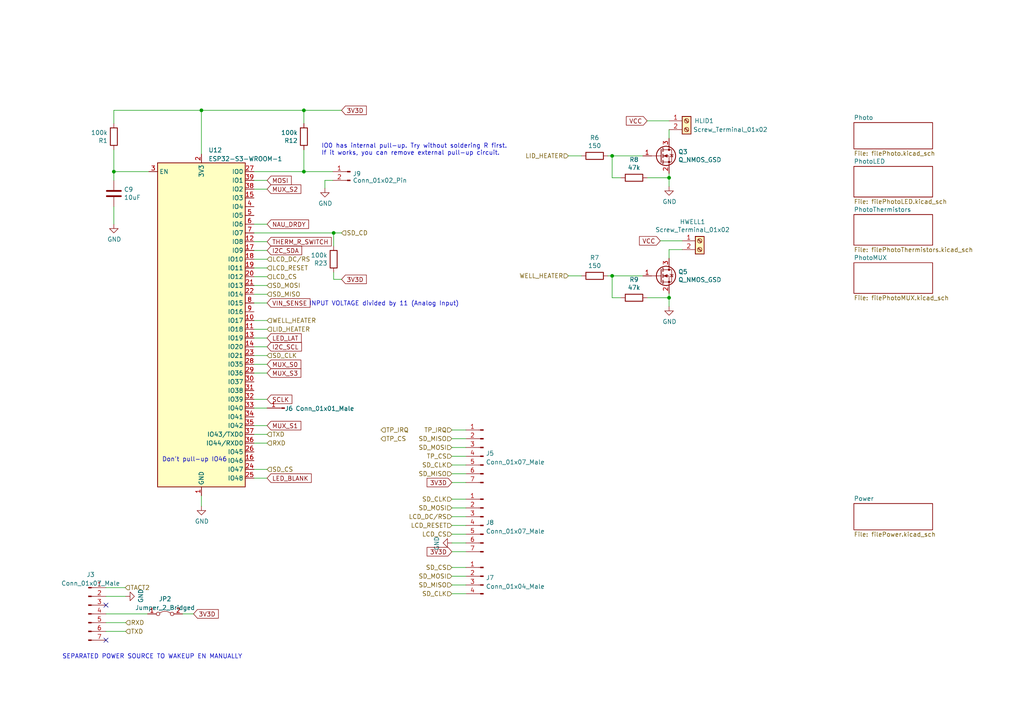
<source format=kicad_sch>
(kicad_sch (version 20230121) (generator eeschema)
  (paper "A4")
  (lib_symbols
    (symbol "Connector:Conn_01x01_Male" (pin_names (offset 1.016) hide)
      (property "Reference" "J" (at 0 2.54 0))
      (property "Value" "Conn_01x01_Male" (at 0 -2.54 0))
      (symbol "Conn_01x01_Male_1_1"
        (polyline (pts (xy 1.27 0) (xy 0.8636 0)) (stroke (width 0.1524)))
        (rectangle (start 0.8636 0.127) (end 0 -0.127) (stroke (width 0.1524)) (fill (type outline)))
        (pin passive line (at 5.08 0 180) (length 3.81) (name "Pin_1") (number "1"))
      )
    )
    (symbol "Connector:Conn_01x02_Pin" (pin_names (offset 1.016) hide)
      (property "Reference" "J" (at 0 2.54 0))
      (property "Value" "Conn_01x02_Pin" (at 0 -5.08 0))
      (symbol "Conn_01x02_Pin_1_1"
        (polyline (pts (xy 1.27 -2.54) (xy 0.8636 -2.54)) (stroke (width 0.1524)))
        (polyline (pts (xy 1.27 0) (xy 0.8636 0)) (stroke (width 0.1524)))
        (rectangle (start 0.8636 -2.413) (end 0 -2.667) (stroke (width 0.1524)) (fill (type outline)))
        (rectangle (start 0.8636 0.127) (end 0 -0.127) (stroke (width 0.1524)) (fill (type outline)))
        (pin passive line (at 5.08 0 180) (length 3.81) (name "Pin_1") (number "1"))
        (pin passive line (at 5.08 -2.54 180) (length 3.81) (name "Pin_2") (number "2"))
      )
    )
    (symbol "Connector:Conn_01x04_Male" (pin_names (offset 1.016) hide)
      (property "Reference" "J" (at 0 5.08 0))
      (property "Value" "Conn_01x04_Male" (at 0 -7.62 0))
      (symbol "Conn_01x04_Male_1_1"
        (polyline (pts (xy 1.27 -5.08) (xy 0.8636 -5.08)) (stroke (width 0.1524)))
        (polyline (pts (xy 1.27 -2.54) (xy 0.8636 -2.54)) (stroke (width 0.1524)))
        (polyline (pts (xy 1.27 0) (xy 0.8636 0)) (stroke (width 0.1524)))
        (polyline (pts (xy 1.27 2.54) (xy 0.8636 2.54)) (stroke (width 0.1524)))
        (rectangle (start 0.8636 -4.953) (end 0 -5.207) (stroke (width 0.1524)) (fill (type outline)))
        (rectangle (start 0.8636 -2.413) (end 0 -2.667) (stroke (width 0.1524)) (fill (type outline)))
        (rectangle (start 0.8636 0.127) (end 0 -0.127) (stroke (width 0.1524)) (fill (type outline)))
        (rectangle (start 0.8636 2.667) (end 0 2.413) (stroke (width 0.1524)) (fill (type outline)))
        (pin passive line (at 5.08 2.54 180) (length 3.81) (name "Pin_1") (number "1"))
        (pin passive line (at 5.08 0 180) (length 3.81) (name "Pin_2") (number "2"))
        (pin passive line (at 5.08 -2.54 180) (length 3.81) (name "Pin_3") (number "3"))
        (pin passive line (at 5.08 -5.08 180) (length 3.81) (name "Pin_4") (number "4"))
      )
    )
    (symbol "Connector:Conn_01x07_Male" (pin_names (offset 1.016) hide)
      (property "Reference" "J" (at 0 10.16 0))
      (property "Value" "Conn_01x07_Male" (at 0 -10.16 0))
      (symbol "Conn_01x07_Male_1_1"
        (polyline (pts (xy 1.27 -7.62) (xy 0.8636 -7.62)) (stroke (width 0.1524)))
        (polyline (pts (xy 1.27 -5.08) (xy 0.8636 -5.08)) (stroke (width 0.1524)))
        (polyline (pts (xy 1.27 -2.54) (xy 0.8636 -2.54)) (stroke (width 0.1524)))
        (polyline (pts (xy 1.27 0) (xy 0.8636 0)) (stroke (width 0.1524)))
        (polyline (pts (xy 1.27 2.54) (xy 0.8636 2.54)) (stroke (width 0.1524)))
        (polyline (pts (xy 1.27 5.08) (xy 0.8636 5.08)) (stroke (width 0.1524)))
        (polyline (pts (xy 1.27 7.62) (xy 0.8636 7.62)) (stroke (width 0.1524)))
        (rectangle (start 0.8636 -7.493) (end 0 -7.747) (stroke (width 0.1524)) (fill (type outline)))
        (rectangle (start 0.8636 -4.953) (end 0 -5.207) (stroke (width 0.1524)) (fill (type outline)))
        (rectangle (start 0.8636 -2.413) (end 0 -2.667) (stroke (width 0.1524)) (fill (type outline)))
        (rectangle (start 0.8636 0.127) (end 0 -0.127) (stroke (width 0.1524)) (fill (type outline)))
        (rectangle (start 0.8636 2.667) (end 0 2.413) (stroke (width 0.1524)) (fill (type outline)))
        (rectangle (start 0.8636 5.207) (end 0 4.953) (stroke (width 0.1524)) (fill (type outline)))
        (rectangle (start 0.8636 7.747) (end 0 7.493) (stroke (width 0.1524)) (fill (type outline)))
        (pin passive line (at 5.08 7.62 180) (length 3.81) (name "Pin_1") (number "1"))
        (pin passive line (at 5.08 5.08 180) (length 3.81) (name "Pin_2") (number "2"))
        (pin passive line (at 5.08 2.54 180) (length 3.81) (name "Pin_3") (number "3"))
        (pin passive line (at 5.08 0 180) (length 3.81) (name "Pin_4") (number "4"))
        (pin passive line (at 5.08 -2.54 180) (length 3.81) (name "Pin_5") (number "5"))
        (pin passive line (at 5.08 -5.08 180) (length 3.81) (name "Pin_6") (number "6"))
        (pin passive line (at 5.08 -7.62 180) (length 3.81) (name "Pin_7") (number "7"))
      )
    )
    (symbol "Connector:Screw_Terminal_01x02" (pin_names (offset 1.016) hide)
      (property "Reference" "J" (at 0 2.54 0))
      (property "Value" "Screw_Terminal_01x02" (at 0 -5.08 0))
      (symbol "Screw_Terminal_01x02_1_1"
        (rectangle (start -1.27 1.27) (end 1.27 -3.81) (stroke (width 0.254)) (fill (type background)))
        (circle (center 0 -2.54) (radius 0.635) (stroke (width 0.1524)))
        (polyline (pts (xy -0.5334 -2.2098) (xy 0.3302 -3.048)) (stroke (width 0.1524)))
        (polyline (pts (xy -0.5334 0.3302) (xy 0.3302 -0.508)) (stroke (width 0.1524)))
        (polyline (pts (xy -0.3556 -2.032) (xy 0.508 -2.8702)) (stroke (width 0.1524)))
        (polyline (pts (xy -0.3556 0.508) (xy 0.508 -0.3302)) (stroke (width 0.1524)))
        (circle (center 0 0) (radius 0.635) (stroke (width 0.1524)))
        (pin passive line (at -5.08 0 0) (length 3.81) (name "Pin_1") (number "1"))
        (pin passive line (at -5.08 -2.54 0) (length 3.81) (name "Pin_2") (number "2"))
      )
    )
    (symbol "Device:C" (pin_numbers hide) (pin_names (offset 0.254))
      (property "Reference" "C" (at 0.635 2.54 0))
      (property "Value" "C" (at 0.635 -2.54 0))
      (symbol "C_0_1"
        (polyline (pts (xy -2.032 -0.762) (xy 2.032 -0.762)) (stroke (width 0.508)))
        (polyline (pts (xy -2.032 0.762) (xy 2.032 0.762)) (stroke (width 0.508)))
      )
      (symbol "C_1_1"
        (pin passive line (at 0 3.81 270) (length 2.794) (name "~") (number "1"))
        (pin passive line (at 0 -3.81 90) (length 2.794) (name "~") (number "2"))
      )
    )
    (symbol "Device:Q_NMOS_GSD" (pin_names (offset 0) hide)
      (property "Reference" "Q" (at 5.08 1.27 0))
      (property "Value" "Q_NMOS_GSD" (at 5.08 -1.27 0))
      (symbol "Q_NMOS_GSD_0_1"
        (polyline (pts (xy 0.254 0) (xy -2.54 0)))
        (polyline (pts (xy 0.254 1.905) (xy 0.254 -1.905)) (stroke (width 0.254)))
        (polyline (pts (xy 0.762 -1.27) (xy 0.762 -2.286)) (stroke (width 0.254)))
        (polyline (pts (xy 0.762 0.508) (xy 0.762 -0.508)) (stroke (width 0.254)))
        (polyline (pts (xy 0.762 2.286) (xy 0.762 1.27)) (stroke (width 0.254)))
        (polyline (pts (xy 2.54 2.54) (xy 2.54 1.778)))
        (polyline (pts (xy 2.54 -2.54) (xy 2.54 0) (xy 0.762 0)))
        (polyline (pts (xy 0.762 -1.778) (xy 3.302 -1.778) (xy 3.302 1.778) (xy 0.762 1.778)))
        (polyline (pts (xy 1.016 0) (xy 2.032 0.381) (xy 2.032 -0.381) (xy 1.016 0)) (fill (type outline)))
        (polyline (pts (xy 2.794 0.508) (xy 2.921 0.381) (xy 3.683 0.381) (xy 3.81 0.254)))
        (polyline (pts (xy 3.302 0.381) (xy 2.921 -0.254) (xy 3.683 -0.254) (xy 3.302 0.381)))
        (circle (center 1.651 0) (radius 2.794) (stroke (width 0.254)))
        (circle (center 2.54 -1.778) (radius 0.254) (fill (type outline)))
        (circle (center 2.54 1.778) (radius 0.254) (fill (type outline)))
      )
      (symbol "Q_NMOS_GSD_1_1"
        (pin input line (at -5.08 0 0) (length 2.54) (name "G") (number "1"))
        (pin passive line (at 2.54 -5.08 90) (length 2.54) (name "S") (number "2"))
        (pin passive line (at 2.54 5.08 270) (length 2.54) (name "D") (number "3"))
      )
    )
    (symbol "Device:R" (pin_numbers hide) (pin_names (offset 0))
      (property "Reference" "R" (at 2.032 0 90))
      (property "Value" "R" (at 0 0 90))
      (symbol "R_0_1"
        (rectangle (start -1.016 -2.54) (end 1.016 2.54) (stroke (width 0.254)))
      )
      (symbol "R_1_1"
        (pin passive line (at 0 3.81 270) (length 1.27) (name "~") (number "1"))
        (pin passive line (at 0 -3.81 90) (length 1.27) (name "~") (number "2"))
      )
    )
    (symbol "Jumper:Jumper_2_Bridged" (pin_names (offset 0) hide)
      (property "Reference" "JP" (at 0 1.905 0))
      (property "Value" "Jumper_2_Bridged" (at 0 -2.54 0))
      (symbol "Jumper_2_Bridged_0_0"
        (circle (center -2.032 0) (radius 0.508))
        (circle (center 2.032 0) (radius 0.508))
      )
      (symbol "Jumper_2_Bridged_0_1"
        (arc (start 1.524 0.254) (mid 0 0.762) (end -1.524 0.254))
      )
      (symbol "Jumper_2_Bridged_1_1"
        (pin passive line (at -5.08 0 0) (length 2.54) (name "A") (number "1"))
        (pin passive line (at 5.08 0 180) (length 2.54) (name "B") (number "2"))
      )
    )
    (symbol "Ninja-qPCR:ESP32-­S3-­WROOM­-1"
      (property "Reference" "U" (at -12.7 34.29 0))
      (property "Value" "ESP32-­S3-­WROOM­-1" (at 1.27 34.29 0))
      (symbol "ESP32-­S3-­WROOM­-1_0_1"
        (rectangle (start -12.7 33.02) (end 12.7 -60.96) (stroke (width 0.254)) (fill (type background)))
      )
      (symbol "ESP32-­S3-­WROOM­-1_1_1"
        (pin power_in line (at 0 -63.5 90) (length 2.54) (name "GND") (number "1"))
        (pin bidirectional line (at 15.24 -12.7 180) (length 2.54) (name "IO17") (number "10"))
        (pin bidirectional line (at 15.24 -15.24 180) (length 2.54) (name "IO18") (number "11"))
        (pin bidirectional line (at 15.24 10.16 180) (length 2.54) (name "IO8") (number "12"))
        (pin bidirectional line (at 15.24 -17.78 180) (length 2.54) (name "IO19") (number "13"))
        (pin bidirectional line (at 15.24 -20.32 180) (length 2.54) (name "IO20") (number "14"))
        (pin bidirectional line (at 15.24 22.86 180) (length 2.54) (name "IO3") (number "15"))
        (pin bidirectional line (at 15.24 -53.34 180) (length 2.54) (name "IO46") (number "16"))
        (pin bidirectional line (at 15.24 7.62 180) (length 2.54) (name "IO9") (number "17"))
        (pin bidirectional line (at 15.24 5.08 180) (length 2.54) (name "IO10") (number "18"))
        (pin bidirectional line (at 15.24 2.54 180) (length 2.54) (name "IO11") (number "19"))
        (pin power_in line (at 0 35.56 270) (length 2.54) (name "3V3") (number "2"))
        (pin bidirectional line (at 15.24 0 180) (length 2.54) (name "IO12") (number "20"))
        (pin bidirectional line (at 15.24 -2.54 180) (length 2.54) (name "IO13") (number "21"))
        (pin bidirectional line (at 15.24 -5.08 180) (length 2.54) (name "IO14") (number "22"))
        (pin bidirectional line (at 15.24 -22.86 180) (length 2.54) (name "IO21") (number "23"))
        (pin bidirectional line (at 15.24 -55.88 180) (length 2.54) (name "IO47") (number "24"))
        (pin bidirectional line (at 15.24 -58.42 180) (length 2.54) (name "IO48") (number "25"))
        (pin bidirectional line (at 15.24 -50.8 180) (length 2.54) (name "IO45") (number "26"))
        (pin bidirectional line (at 15.24 30.48 180) (length 2.54) (name "IO0") (number "27"))
        (pin bidirectional line (at 15.24 -25.4 180) (length 2.54) (name "IO35") (number "28"))
        (pin bidirectional line (at 15.24 -27.94 180) (length 2.54) (name "IO36") (number "29"))
        (pin input line (at -15.24 30.48 0) (length 2.54) (name "EN") (number "3"))
        (pin bidirectional line (at 15.24 -30.48 180) (length 2.54) (name "IO37") (number "30"))
        (pin bidirectional line (at 15.24 -33.02 180) (length 2.54) (name "IO38") (number "31"))
        (pin bidirectional line (at 15.24 -35.56 180) (length 2.54) (name "IO39") (number "32"))
        (pin bidirectional line (at 15.24 -38.1 180) (length 2.54) (name "IO40") (number "33"))
        (pin bidirectional line (at 15.24 -40.64 180) (length 2.54) (name "IO41") (number "34"))
        (pin bidirectional line (at 15.24 -43.18 180) (length 2.54) (name "IO42") (number "35"))
        (pin bidirectional line (at 15.24 -48.26 180) (length 2.54) (name "IO44/RXD0") (number "36"))
        (pin bidirectional line (at 15.24 -45.72 180) (length 2.54) (name "IO43/TXD0") (number "37"))
        (pin bidirectional line (at 15.24 25.4 180) (length 2.54) (name "IO2") (number "38"))
        (pin bidirectional line (at 15.24 27.94 180) (length 2.54) (name "IO1") (number "39"))
        (pin input line (at 15.24 20.32 180) (length 2.54) (name "IO4") (number "4"))
        (pin passive line (at 0 -63.5 90) (length 2.54) hide (name "GND") (number "40"))
        (pin passive line (at 0 -63.5 90) (length 2.54) hide (name "GND") (number "41"))
        (pin input line (at 15.24 17.78 180) (length 2.54) (name "IO5") (number "5"))
        (pin input line (at 15.24 15.24 180) (length 2.54) (name "IO6") (number "6"))
        (pin input line (at 15.24 12.7 180) (length 2.54) (name "IO7") (number "7"))
        (pin bidirectional line (at 15.24 -7.62 180) (length 2.54) (name "IO15") (number "8"))
        (pin bidirectional line (at 15.24 -10.16 180) (length 2.54) (name "IO16") (number "9"))
      )
    )
    (symbol "power:GND" (power) (pin_names (offset 0))
      (property "Value" "GND" (at 0 -3.81 0))
      (symbol "GND_0_1"
        (polyline (pts (xy 0 0) (xy 0 -1.27) (xy 1.27 -1.27) (xy 0 -2.54) (xy -1.27 -1.27) (xy 0 -1.27)))
      )
      (symbol "GND_1_1"
        (pin power_in line (at 0 0 270) (length 0) hide (name "GND") (number "1"))
      )
    )
  )
  (junction (at 177.546 45.212))
  (junction (at 33.02 49.784))
  (junction (at 194.056 86.36))
  (junction (at 58.42 32.004))
  (junction (at 194.056 51.562))
  (junction (at 88.138 49.784))
  (junction (at 88.138 32.004))
  (junction (at 96.774 67.564))
  (junction (at 177.546 80.01))
  (no_connect (at 30.734 185.674))
  (no_connect (at 30.734 175.514))
  (wire (pts (xy 94.234 52.324) (xy 94.234 54.61)))
  (wire (pts (xy 187.706 51.562) (xy 194.056 51.562)))
  (wire (pts (xy 73.66 70.104) (xy 77.47 70.104)))
  (wire (pts (xy 177.546 80.01) (xy 176.276 80.01)))
  (wire (pts (xy 73.66 115.824) (xy 77.47 115.824)))
  (wire (pts (xy 177.546 51.562) (xy 177.546 45.212)))
  (wire (pts (xy 88.138 49.784) (xy 96.52 49.784)))
  (wire (pts (xy 131.064 129.794) (xy 135.128 129.794)))
  (wire (pts (xy 197.866 72.39) (xy 194.056 72.39)))
  (wire (pts (xy 191.516 69.85) (xy 197.866 69.85)))
  (wire (pts (xy 73.66 75.184) (xy 77.47 75.184)))
  (wire (pts (xy 73.66 65.024) (xy 77.47 65.024)))
  (wire (pts (xy 73.66 82.804) (xy 77.47 82.804)))
  (wire (pts (xy 177.546 86.36) (xy 177.546 80.01)))
  (wire (pts (xy 186.436 45.212) (xy 177.546 45.212)))
  (wire (pts (xy 58.42 32.004) (xy 33.02 32.004)))
  (wire (pts (xy 58.42 32.004) (xy 88.138 32.004)))
  (wire (pts (xy 73.66 128.524) (xy 77.47 128.524)))
  (wire (pts (xy 33.02 43.434) (xy 33.02 49.784)))
  (wire (pts (xy 88.138 32.004) (xy 99.06 32.004)))
  (wire (pts (xy 33.02 32.004) (xy 33.02 35.814)))
  (wire (pts (xy 131.064 144.78) (xy 135.128 144.78)))
  (wire (pts (xy 73.66 80.264) (xy 77.47 80.264)))
  (wire (pts (xy 96.774 67.564) (xy 96.774 71.374)))
  (wire (pts (xy 73.66 92.964) (xy 77.47 92.964)))
  (wire (pts (xy 131.064 167.132) (xy 135.128 167.132)))
  (wire (pts (xy 30.734 172.974) (xy 36.449 172.974)))
  (wire (pts (xy 187.706 86.36) (xy 194.056 86.36)))
  (wire (pts (xy 131.064 149.86) (xy 135.128 149.86)))
  (wire (pts (xy 180.086 86.36) (xy 177.546 86.36)))
  (wire (pts (xy 73.66 138.684) (xy 77.47 138.684)))
  (wire (pts (xy 73.66 100.584) (xy 77.47 100.584)))
  (wire (pts (xy 96.774 81.026) (xy 96.774 78.994)))
  (wire (pts (xy 194.056 88.9) (xy 194.056 86.36)))
  (wire (pts (xy 88.138 43.434) (xy 88.138 49.784)))
  (wire (pts (xy 73.66 54.864) (xy 77.47 54.864)))
  (wire (pts (xy 73.66 52.324) (xy 77.47 52.324)))
  (wire (pts (xy 164.846 80.01) (xy 168.656 80.01)))
  (wire (pts (xy 73.66 85.344) (xy 77.47 85.344)))
  (wire (pts (xy 33.02 49.784) (xy 43.18 49.784)))
  (wire (pts (xy 96.774 67.564) (xy 99.06 67.564)))
  (wire (pts (xy 33.02 59.944) (xy 33.02 65.024)))
  (wire (pts (xy 131.064 152.4) (xy 135.128 152.4)))
  (wire (pts (xy 73.66 67.564) (xy 96.774 67.564)))
  (wire (pts (xy 131.064 139.954) (xy 135.128 139.954)))
  (wire (pts (xy 58.42 143.764) (xy 58.42 146.812)))
  (wire (pts (xy 131.064 132.334) (xy 135.128 132.334)))
  (wire (pts (xy 73.66 105.664) (xy 77.47 105.664)))
  (wire (pts (xy 131.064 154.94) (xy 135.128 154.94)))
  (wire (pts (xy 58.42 32.004) (xy 58.42 44.704)))
  (wire (pts (xy 131.064 172.212) (xy 135.128 172.212)))
  (wire (pts (xy 73.66 118.364) (xy 77.47 118.364)))
  (wire (pts (xy 30.734 178.054) (xy 42.799 178.054)))
  (wire (pts (xy 73.66 136.144) (xy 77.47 136.144)))
  (wire (pts (xy 186.436 80.01) (xy 177.546 80.01)))
  (wire (pts (xy 194.056 86.36) (xy 194.056 85.09)))
  (wire (pts (xy 96.52 52.324) (xy 94.234 52.324)))
  (wire (pts (xy 194.056 72.39) (xy 194.056 74.93)))
  (wire (pts (xy 73.66 98.044) (xy 77.47 98.044)))
  (wire (pts (xy 131.064 169.672) (xy 135.128 169.672)))
  (wire (pts (xy 131.064 137.414) (xy 135.128 137.414)))
  (wire (pts (xy 73.66 125.984) (xy 77.47 125.984)))
  (wire (pts (xy 73.66 49.784) (xy 88.138 49.784)))
  (wire (pts (xy 73.66 108.204) (xy 77.47 108.204)))
  (wire (pts (xy 131.064 127.254) (xy 135.128 127.254)))
  (wire (pts (xy 131.064 124.714) (xy 135.128 124.714)))
  (wire (pts (xy 30.734 170.434) (xy 36.322 170.434)))
  (wire (pts (xy 30.734 183.134) (xy 36.449 183.134)))
  (wire (pts (xy 131.064 147.32) (xy 135.128 147.32)))
  (wire (pts (xy 131.064 157.48) (xy 135.128 157.48)))
  (wire (pts (xy 73.66 123.444) (xy 77.47 123.444)))
  (wire (pts (xy 73.66 103.124) (xy 77.47 103.124)))
  (wire (pts (xy 96.774 81.026) (xy 99.06 81.026)))
  (wire (pts (xy 33.02 49.784) (xy 33.02 52.324)))
  (wire (pts (xy 131.064 164.592) (xy 135.128 164.592)))
  (wire (pts (xy 30.734 180.594) (xy 36.449 180.594)))
  (wire (pts (xy 73.66 77.724) (xy 77.47 77.724)))
  (wire (pts (xy 131.064 134.874) (xy 135.128 134.874)))
  (wire (pts (xy 164.846 45.212) (xy 168.656 45.212)))
  (wire (pts (xy 73.66 87.884) (xy 77.47 87.884)))
  (wire (pts (xy 73.66 72.644) (xy 77.47 72.644)))
  (wire (pts (xy 73.66 95.504) (xy 77.47 95.504)))
  (wire (pts (xy 194.056 51.562) (xy 194.056 50.292)))
  (wire (pts (xy 52.959 178.054) (xy 56.134 178.054)))
  (wire (pts (xy 131.064 160.02) (xy 135.128 160.02)))
  (wire (pts (xy 177.546 45.212) (xy 176.276 45.212)))
  (wire (pts (xy 88.138 32.004) (xy 88.138 35.814)))
  (wire (pts (xy 194.056 37.592) (xy 194.056 40.132)))
  (wire (pts (xy 194.056 54.102) (xy 194.056 51.562)))
  (wire (pts (xy 180.086 51.562) (xy 177.546 51.562)))
  (wire (pts (xy 187.706 35.052) (xy 194.056 35.052)))
  (text "SEPARATED POWER SOURCE TO WAKEUP EN MANUALLY" (at 18.034 191.262 0) (effects (font (size 1.27 1.27)) (justify left bottom)))
  (text "IO0 has internal pull-up. Try without soldering R first.\nIf it works, you can remove external pull-up circuit." (at 93.218 45.212 0) (effects (font (size 1.27 1.27)) (justify left bottom)))
  (text "Don't pull-up IO46" (at 46.99 134.112 0) (effects (font (size 1.27 1.27)) (justify left bottom)))
  (text "INPUT VOLTAGE divided by 11 (Analog Input)" (at 89.662 88.9 0) (effects (font (size 1.27 1.27)) (justify left bottom)))
  (global_label "SCLK" (shape input) (at 77.47 115.824 0) (property "Intersheetrefs" "${INTERSHEET_REFS}" (effects hide)))
  (global_label "LED_LAT" (shape input) (at 77.47 98.044 0) (property "Intersheetrefs" "${INTERSHEET_REFS}" (effects hide)))
  (global_label "3V3D" (shape input) (at 131.064 160.02 180) (property "Intersheetrefs" "${INTERSHEET_REFS}" (effects hide)))
  (global_label "MUX_S3" (shape input) (at 77.47 108.204 0) (property "Intersheetrefs" "${INTERSHEET_REFS}" (effects hide)))
  (global_label "I2C_SDA" (shape input) (at 77.47 72.644 0) (property "Intersheetrefs" "${INTERSHEET_REFS}" (effects hide)))
  (global_label "THERM_R_SWITCH" (shape input) (at 77.47 70.104 0) (property "Intersheetrefs" "${INTERSHEET_REFS}" (effects hide)))
  (global_label "NAU_DRDY" (shape input) (at 77.47 65.024 0) (property "Intersheetrefs" "${INTERSHEET_REFS}" (effects hide)))
  (global_label "MUX_S1" (shape input) (at 77.47 123.444 0) (property "Intersheetrefs" "${INTERSHEET_REFS}" (effects hide)))
  (global_label "MOSI" (shape input) (at 77.47 52.324 0) (property "Intersheetrefs" "${INTERSHEET_REFS}" (effects hide)))
  (global_label "VCC" (shape input) (at 191.516 69.85 180) (property "Intersheetrefs" "${INTERSHEET_REFS}" (effects hide)))
  (global_label "I2C_SCL" (shape input) (at 77.47 100.584 0) (property "Intersheetrefs" "${INTERSHEET_REFS}" (effects hide)))
  (global_label "3V3D" (shape input) (at 99.06 81.026 0) (property "Intersheetrefs" "${INTERSHEET_REFS}" (effects hide)))
  (global_label "3V3D" (shape input) (at 99.06 32.004 0) (property "Intersheetrefs" "${INTERSHEET_REFS}" (effects hide)))
  (global_label "VCC" (shape input) (at 187.706 35.052 180) (property "Intersheetrefs" "${INTERSHEET_REFS}" (effects hide)))
  (global_label "MUX_S0" (shape input) (at 77.47 105.664 0) (property "Intersheetrefs" "${INTERSHEET_REFS}" (effects hide)))
  (global_label "LED_BLANK" (shape input) (at 77.47 138.684 0) (property "Intersheetrefs" "${INTERSHEET_REFS}" (effects hide)))
  (global_label "VIN_SENSE" (shape input) (at 77.47 87.884 0) (property "Intersheetrefs" "${INTERSHEET_REFS}" (effects hide)))
  (global_label "MUX_S2" (shape input) (at 77.47 54.864 0) (property "Intersheetrefs" "${INTERSHEET_REFS}" (effects hide)))
  (global_label "3V3D" (shape input) (at 131.064 139.954 180) (property "Intersheetrefs" "${INTERSHEET_REFS}" (effects hide)))
  (global_label "3V3D" (shape input) (at 56.134 178.054 0) (property "Intersheetrefs" "${INTERSHEET_REFS}" (effects hide)))
  (hierarchical_label "WELL_HEATER" (shape input) (at 77.47 92.964 0))
  (hierarchical_label "LCD_RESET" (shape input) (at 77.47 77.724 0))
  (hierarchical_label "LCD_DC{slash}RS" (shape input) (at 77.47 75.184 0))
  (hierarchical_label "TP_CS" (shape input) (at 131.064 132.334 180))
  (hierarchical_label "TP_IRQ" (shape input) (at 110.49 124.714 0))
  (hierarchical_label "SD_CLK" (shape input) (at 131.064 172.212 180))
  (hierarchical_label "RXD" (shape input) (at 36.449 180.594 0))
  (hierarchical_label "SD_MOSI" (shape input) (at 131.064 167.132 180))
  (hierarchical_label "LCD_CS" (shape input) (at 131.064 154.94 180))
  (hierarchical_label "SD_MOSI" (shape input) (at 77.47 82.804 0))
  (hierarchical_label "TP_CS" (shape input) (at 110.49 127.254 0))
  (hierarchical_label "SD_CLK" (shape input) (at 77.47 103.124 0))
  (hierarchical_label "SD_MISO" (shape input) (at 131.064 169.672 180))
  (hierarchical_label "LCD_RESET" (shape input) (at 131.064 152.4 180))
  (hierarchical_label "LID_HEATER" (shape input) (at 164.846 45.212 180))
  (hierarchical_label "SD_CD" (shape input) (at 99.06 67.564 0))
  (hierarchical_label "RXD" (shape input) (at 77.47 128.524 0))
  (hierarchical_label "SD_CS" (shape input) (at 77.47 136.144 0))
  (hierarchical_label "LCD_DC{slash}RS" (shape input) (at 131.064 149.86 180))
  (hierarchical_label "SD_MISO" (shape input) (at 131.064 127.254 180))
  (hierarchical_label "TP_IRQ" (shape input) (at 131.064 124.714 180))
  (hierarchical_label "SD_MOSI" (shape input) (at 131.064 129.794 180))
  (hierarchical_label "SD_CS" (shape input) (at 131.064 164.592 180))
  (hierarchical_label "TXD" (shape input) (at 77.47 125.984 0))
  (hierarchical_label "SD_CLK" (shape input) (at 131.064 144.78 180))
  (hierarchical_label "SD_MISO" (shape input) (at 131.064 137.414 180))
  (hierarchical_label "LID_HEATER" (shape input) (at 77.47 95.504 0))
  (hierarchical_label "LCD_CS" (shape input) (at 77.47 80.264 0))
  (hierarchical_label "SD_MOSI" (shape input) (at 131.064 147.32 180))
  (hierarchical_label "TACT2" (shape input) (at 36.322 170.434 0))
  (hierarchical_label "SD_CLK" (shape input) (at 131.064 134.874 180))
  (hierarchical_label "WELL_HEATER" (shape input) (at 164.846 80.01 180))
  (hierarchical_label "TXD" (shape input) (at 36.449 183.134 0))
  (hierarchical_label "SD_MISO" (shape input) (at 77.47 85.344 0))
  (symbol (lib_id "Device:R") (at 183.896 51.562 270) (unit 1)
    (property "Reference" "R8" (at 183.896 46.3042 90))
    (property "Value" "47k" (at 183.896 48.6156 90))
    (property "Footprint" "Resistor_SMD:R_0603_1608Metric" (effects hide))
  )
  (symbol (lib_id "Device:R") (at 172.466 45.212 270) (unit 1)
    (property "Reference" "R6" (at 172.466 39.9542 90))
    (property "Value" "150" (at 172.466 42.2656 90))
    (property "Footprint" "Resistor_SMD:R_0603_1608Metric" (effects hide))
  )
  (symbol (lib_id "power:GND") (at 194.056 54.102 0) (unit 1)
    (property "Reference" "#PWR05" (effects hide))
    (property "Value" "GND" (at 194.183 58.4962 0))
  )
  (symbol (lib_id "Device:Q_NMOS_GSD") (at 191.516 45.212 0) (unit 1)
    (property "Reference" "Q3" (at 196.6976 44.0436 0) (effects (justify left)))
    (property "Value" "Q_NMOS_GSD" (at 196.6976 46.355 0) (effects (justify left)))
    (property "Footprint" "Ninja-qPCR:SOT95P240X112-3N" (effects hide))
  )
  (symbol (lib_id "Device:R") (at 183.896 86.36 270) (unit 1)
    (property "Reference" "R9" (at 183.896 81.1022 90))
    (property "Value" "47k" (at 183.896 83.4136 90))
    (property "Footprint" "Resistor_SMD:R_0603_1608Metric" (effects hide))
  )
  (symbol (lib_id "Device:R") (at 172.466 80.01 270) (unit 1)
    (property "Reference" "R7" (at 172.466 74.7522 90))
    (property "Value" "150" (at 172.466 77.0636 90))
    (property "Footprint" "Resistor_SMD:R_0603_1608Metric" (effects hide))
  )
  (symbol (lib_id "power:GND") (at 194.056 88.9 0) (unit 1)
    (property "Reference" "#PWR07" (effects hide))
    (property "Value" "GND" (at 194.183 93.2942 0))
  )
  (symbol (lib_id "Device:Q_NMOS_GSD") (at 191.516 80.01 0) (unit 1)
    (property "Reference" "Q5" (at 196.6976 78.8416 0) (effects (justify left)))
    (property "Value" "Q_NMOS_GSD" (at 196.6976 81.153 0) (effects (justify left)))
    (property "Footprint" "Ninja-qPCR:SOT95P240X112-3N" (effects hide))
  )
  (symbol (lib_id "Connector:Screw_Terminal_01x02") (at 202.946 69.85 0) (unit 1)
    (property "Reference" "HWELL1" (at 200.8632 64.3382 0))
    (property "Value" "Screw_Terminal_01x02" (at 200.8632 66.6496 0))
    (property "Footprint" "Ninja-qPCR:TB_SeeedOPL_320110028" (effects hide))
  )
  (symbol (lib_id "Connector:Screw_Terminal_01x02") (at 199.136 35.052 0) (unit 1)
    (property "Reference" "HLID1" (at 204.216 35.052 0))
    (property "Value" "Screw_Terminal_01x02" (at 211.836 37.592 0))
    (property "Footprint" "Ninja-qPCR:TB_SeeedOPL_320110028" (effects hide))
  )
  (symbol (lib_id "power:GND") (at 36.449 172.974 90) (unit 1)
    (property "Reference" "#PWR0101" (effects hide))
    (property "Value" "GND" (at 40.8432 172.847 0))
  )
  (symbol (lib_id "Device:R") (at 88.138 39.624 180) (unit 1)
    (property "Reference" "R12" (at 86.36 40.7924 0) (effects (justify left)))
    (property "Value" "100k" (at 86.36 38.481 0) (effects (justify left)))
    (property "Footprint" "Resistor_SMD:R_0603_1608Metric" (effects hide))
  )
  (symbol (lib_id "power:GND") (at 58.42 146.812 0) (unit 1)
    (property "Reference" "#PWR0104" (effects hide))
    (property "Value" "GND" (at 58.547 151.2062 0))
  )
  (symbol (lib_id "Connector:Conn_01x07_Male") (at 25.654 178.054 0) (unit 1)
    (property "Reference" "J3" (at 26.289 166.658 0))
    (property "Value" "Conn_01x07_Male" (at 26.289 169.1949 0))
    (property "Footprint" "Connector_PinSocket_2.54mm:PinSocket_1x07_P2.54mm_Horizontal" (effects hide))
  )
  (symbol (lib_id "Jumper:Jumper_2_Bridged") (at 47.879 178.054 0) (unit 1)
    (property "Reference" "JP2" (at 47.879 173.7192 0))
    (property "Value" "Jumper_2_Bridged" (at 47.879 176.2561 0))
    (property "Footprint" "Jumper:SolderJumper-2_P1.3mm_Open_TrianglePad1.0x1.5mm" (effects hide))
  )
  (symbol (lib_id "Connector:Conn_01x04_Male") (at 140.208 167.132 0) (mirror y) (unit 1)
    (property "Reference" "J7" (at 140.9192 167.5673 0) (effects (justify right)))
    (property "Value" "Conn_01x04_Male" (at 140.9192 170.1042 0) (effects (justify right)))
    (property "Footprint" "Pin_Headers:Pin_Header_Straight_1x04_Pitch2.54mm" (effects hide))
  )
  (symbol (lib_id "Connector:Conn_01x01_Male") (at 82.55 118.364 0) (mirror y) (unit 1)
    (property "Reference" "J6" (at 83.82 118.491 0))
    (property "Value" "Conn_01x01_Male" (at 94.234 118.491 0))
    (property "Footprint" "Pin_Headers:Pin_Header_Straight_1x01_Pitch1.27mm" (effects hide))
  )
  (symbol (lib_id "Connector:Conn_01x07_Male") (at 140.208 152.4 0) (mirror y) (unit 1)
    (property "Reference" "J8" (at 140.9192 151.5653 0) (effects (justify right)))
    (property "Value" "Conn_01x07_Male" (at 140.9192 154.1022 0) (effects (justify right)))
    (property "Footprint" "Pin_Headers:Pin_Header_Straight_1x07_Pitch2.54mm" (effects hide))
  )
  (symbol (lib_id "Connector:Conn_01x07_Male") (at 140.208 132.334 0) (mirror y) (unit 1)
    (property "Reference" "J5" (at 140.9192 131.4993 0) (effects (justify right)))
    (property "Value" "Conn_01x07_Male" (at 140.9192 134.0362 0) (effects (justify right)))
    (property "Footprint" "Pin_Headers:Pin_Header_Straight_1x07_Pitch2.54mm" (effects hide))
  )
  (symbol (lib_id "power:GND") (at 131.064 157.48 270) (unit 1)
    (property "Reference" "#PWR0106" (effects hide))
    (property "Value" "GND" (at 126.6698 157.607 0))
  )
  (symbol (lib_id "Device:R") (at 33.02 39.624 180) (unit 1)
    (property "Reference" "R1" (at 31.242 40.7924 0) (effects (justify left)))
    (property "Value" "100k" (at 31.242 38.481 0) (effects (justify left)))
    (property "Footprint" "Resistor_SMD:R_0603_1608Metric" (effects hide))
  )
  (symbol (lib_id "Device:C") (at 33.02 56.134 0) (unit 1)
    (property "Reference" "C9" (at 35.941 54.9656 0) (effects (justify left)))
    (property "Value" "10uF" (at 35.941 57.277 0) (effects (justify left)))
    (property "Footprint" "Capacitor_SMD:C_0805_2012Metric" (effects hide))
  )
  (symbol (lib_id "power:GND") (at 94.234 54.61 0) (unit 1)
    (property "Reference" "#PWR01" (effects hide))
    (property "Value" "GND" (at 94.361 59.0042 0))
  )
  (symbol (lib_id "Connector:Conn_01x02_Pin") (at 101.6 49.784 0) (mirror y) (unit 1)
    (property "Reference" "J9" (at 102.3112 50.4103 0) (effects (justify right)))
    (property "Value" "Conn_01x02_Pin" (at 102.3112 52.3313 0) (effects (justify right)))
  )
  (symbol (lib_id "Device:R") (at 96.774 75.184 180) (unit 1)
    (property "Reference" "R23" (at 94.996 76.3524 0) (effects (justify left)))
    (property "Value" "100k" (at 94.996 74.041 0) (effects (justify left)))
    (property "Footprint" "Resistor_SMD:R_0603_1608Metric" (effects hide))
  )
  (symbol (lib_id "Ninja-qPCR:ESP32-­S3-­WROOM­-1") (at 58.42 80.264 0) (unit 1)
    (property "Reference" "U12" (at 60.4394 43.5442 0) (effects (justify left)))
    (property "Value" "ESP32-­S3-­WROOM­-1" (at 60.4394 46.0811 0) (effects (justify left)))
    (property "Footprint" "Ninja-qPCR:ESP32-S3-WROOM-1" (effects hide))
    (property "Datasheet" "https://www.espressif.com/sites/default/files/documentation/esp32-wroom-32_datasheet_en.pdf" (effects hide))
  )
  (symbol (lib_id "power:GND") (at 33.02 65.024 0) (unit 1)
    (property "Reference" "#PWR0103" (effects hide))
    (property "Value" "GND" (at 33.147 69.4182 0))
  )
  (sheet (at 247.65 35.56) (size 22.86 7.62)
    (property "Sheetname" "Photo" (at 247.65 34.8484 0) (effects (justify left bottom)))
    (property "Sheetfile" "filePhoto.kicad_sch" (at 247.65 43.7646 0) (effects (justify left top)))
  )
  (sheet (at 247.65 48.26) (size 22.86 8.89)
    (property "Sheetname" "PhotoLED" (at 247.65 47.5484 0) (effects (justify left bottom)))
    (property "Sheetfile" "filePhotoLED.kicad_sch" (at 247.65 57.7346 0) (effects (justify left top)))
  )
  (sheet (at 247.65 62.23) (size 22.86 8.89)
    (property "Sheetname" "PhotoThermistors" (at 247.65 61.5184 0) (effects (justify left bottom)))
    (property "Sheetfile" "filePhotoThermistors.kicad_sch" (at 247.65 71.7046 0) (effects (justify left top)))
  )
  (sheet (at 247.65 76.2) (size 22.86 8.89)
    (property "Sheetname" "PhotoMUX" (at 247.65 75.4884 0) (effects (justify left bottom)))
    (property "Sheetfile" "filePhotoMUX.kicad_sch" (at 247.65 85.6746 0) (effects (justify left top)))
  )
  (sheet (at 247.65 146.05) (size 22.86 7.62) (stroke (width 0.1524))
    (property "Sheetname" "Power" (at 247.65 145.3384 0) (effects (justify left bottom)))
    (property "Sheetfile" "filePower.kicad_sch" (at 247.65 154.2546 0) (effects (justify left top)))
  )
)
</source>
